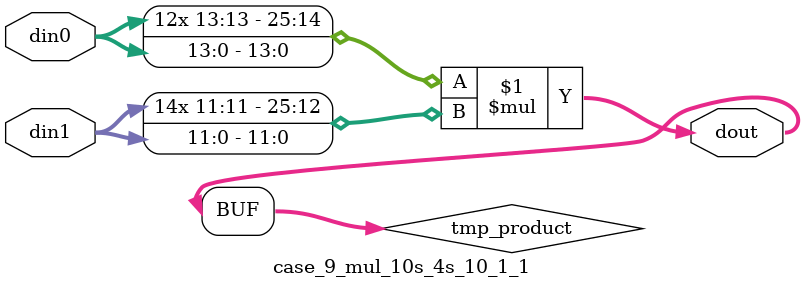
<source format=v>

`timescale 1 ns / 1 ps

 module case_9_mul_10s_4s_10_1_1(din0, din1, dout);
parameter ID = 1;
parameter NUM_STAGE = 0;
parameter din0_WIDTH = 14;
parameter din1_WIDTH = 12;
parameter dout_WIDTH = 26;

input [din0_WIDTH - 1 : 0] din0; 
input [din1_WIDTH - 1 : 0] din1; 
output [dout_WIDTH - 1 : 0] dout;

wire signed [dout_WIDTH - 1 : 0] tmp_product;



























assign tmp_product = $signed(din0) * $signed(din1);








assign dout = tmp_product;





















endmodule

</source>
